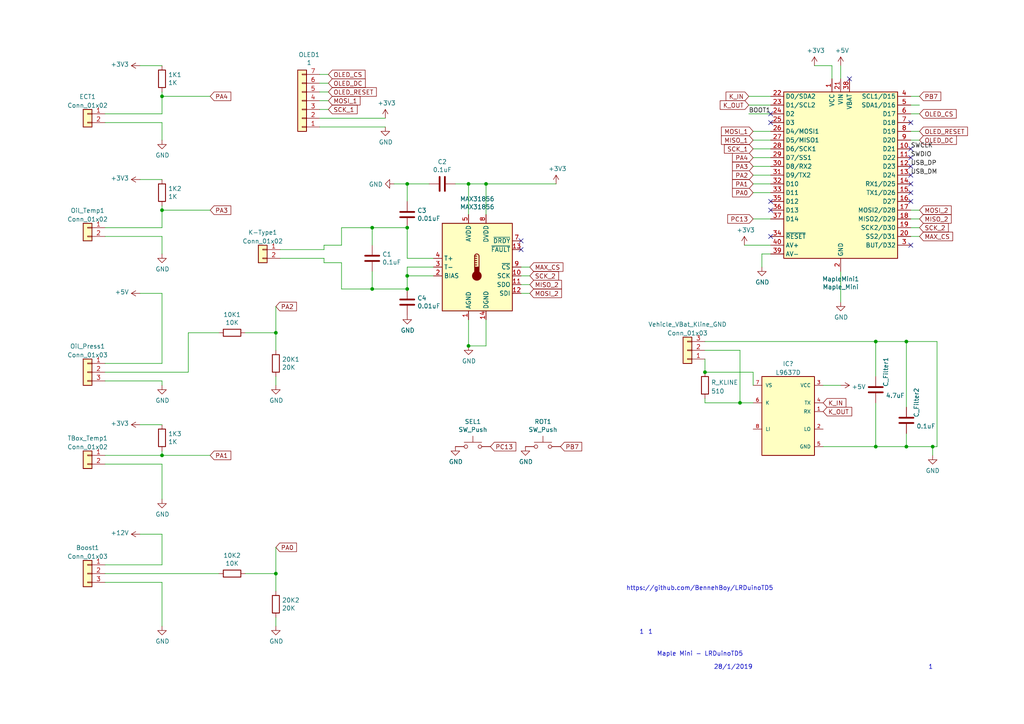
<source format=kicad_sch>
(kicad_sch (version 20211123) (generator eeschema)
  (paper "A4")
  (lib_symbols
    (symbol "Connector_Generic:Conn_01x02" (pin_names (offset 1.016) hide)
      (property "Reference" "J" (at 0 2.54 0))
      (property "Value" "Conn_01x02" (at 0 -5.08 0))
      (symbol "Conn_01x02_1_1"
        (rectangle (start -1.27 -2.413) (end 0 -2.667) (stroke (width 0.1524)))
        (rectangle (start -1.27 0.127) (end 0 -0.127) (stroke (width 0.1524)))
        (rectangle (start -1.27 1.27) (end 1.27 -3.81) (stroke (width 0.254)) (fill (type background)))
        (pin passive line (at -5.08 0 0) (length 3.81) (name "Pin_1") (number "1"))
        (pin passive line (at -5.08 -2.54 0) (length 3.81) (name "Pin_2") (number "2"))
      )
    )
    (symbol "Connector_Generic:Conn_01x03" (pin_names (offset 1.016) hide)
      (property "Reference" "J" (at 0 5.08 0))
      (property "Value" "Conn_01x03" (at 0 -5.08 0))
      (symbol "Conn_01x03_1_1"
        (rectangle (start -1.27 -2.413) (end 0 -2.667) (stroke (width 0.1524)))
        (rectangle (start -1.27 0.127) (end 0 -0.127) (stroke (width 0.1524)))
        (rectangle (start -1.27 2.667) (end 0 2.413) (stroke (width 0.1524)))
        (rectangle (start -1.27 3.81) (end 1.27 -3.81) (stroke (width 0.254)) (fill (type background)))
        (pin passive line (at -5.08 2.54 0) (length 3.81) (name "Pin_1") (number "1"))
        (pin passive line (at -5.08 0 0) (length 3.81) (name "Pin_2") (number "2"))
        (pin passive line (at -5.08 -2.54 0) (length 3.81) (name "Pin_3") (number "3"))
      )
    )
    (symbol "Connector_Generic:Conn_01x07" (pin_names (offset 1.016) hide)
      (property "Reference" "J" (at 0 10.16 0))
      (property "Value" "Conn_01x07" (at 0 -10.16 0))
      (symbol "Conn_01x07_1_1"
        (rectangle (start -1.27 -7.493) (end 0 -7.747) (stroke (width 0.1524)))
        (rectangle (start -1.27 -4.953) (end 0 -5.207) (stroke (width 0.1524)))
        (rectangle (start -1.27 -2.413) (end 0 -2.667) (stroke (width 0.1524)))
        (rectangle (start -1.27 0.127) (end 0 -0.127) (stroke (width 0.1524)))
        (rectangle (start -1.27 2.667) (end 0 2.413) (stroke (width 0.1524)))
        (rectangle (start -1.27 5.207) (end 0 4.953) (stroke (width 0.1524)))
        (rectangle (start -1.27 7.747) (end 0 7.493) (stroke (width 0.1524)))
        (rectangle (start -1.27 8.89) (end 1.27 -8.89) (stroke (width 0.254)) (fill (type background)))
        (pin passive line (at -5.08 7.62 0) (length 3.81) (name "Pin_1") (number "1"))
        (pin passive line (at -5.08 5.08 0) (length 3.81) (name "Pin_2") (number "2"))
        (pin passive line (at -5.08 2.54 0) (length 3.81) (name "Pin_3") (number "3"))
        (pin passive line (at -5.08 0 0) (length 3.81) (name "Pin_4") (number "4"))
        (pin passive line (at -5.08 -2.54 0) (length 3.81) (name "Pin_5") (number "5"))
        (pin passive line (at -5.08 -5.08 0) (length 3.81) (name "Pin_6") (number "6"))
        (pin passive line (at -5.08 -7.62 0) (length 3.81) (name "Pin_7") (number "7"))
      )
    )
    (symbol "Device:C" (pin_numbers hide) (pin_names (offset 0.254))
      (property "Reference" "C" (at 0.635 2.54 0))
      (property "Value" "C" (at 0.635 -2.54 0))
      (symbol "C_0_1"
        (polyline (pts (xy -2.032 -0.762) (xy 2.032 -0.762)) (stroke (width 0.508)))
        (polyline (pts (xy -2.032 0.762) (xy 2.032 0.762)) (stroke (width 0.508)))
      )
      (symbol "C_1_1"
        (pin passive line (at 0 3.81 270) (length 2.794) (name "~") (number "1"))
        (pin passive line (at 0 -3.81 90) (length 2.794) (name "~") (number "2"))
      )
    )
    (symbol "Device:R" (pin_numbers hide) (pin_names (offset 0))
      (property "Reference" "R" (at 2.032 0 90))
      (property "Value" "R" (at 0 0 90))
      (symbol "R_0_1"
        (rectangle (start -1.016 -2.54) (end 1.016 2.54) (stroke (width 0.254)))
      )
      (symbol "R_1_1"
        (pin passive line (at 0 3.81 270) (length 1.27) (name "~") (number "1"))
        (pin passive line (at 0 -3.81 90) (length 1.27) (name "~") (number "2"))
      )
    )
    (symbol "L9637D:L9637D" (pin_names (offset 1.016))
      (property "Reference" "IC" (at -7.62 13.9954 0))
      (property "Value" "L9637D" (at -7.62 -12.7 0))
      (symbol "L9637D_0_0"
        (rectangle (start -7.62 -10.16) (end 7.62 12.7) (stroke (width 0.254)) (fill (type background)))
        (pin output line (at 10.16 2.54 180) (length 2.54) (name "RX") (number "1"))
        (pin output line (at 10.16 -2.54 180) (length 2.54) (name "LO") (number "2"))
        (pin power_in line (at 10.16 10.16 180) (length 2.54) (name "VCC") (number "3"))
        (pin input line (at 10.16 5.08 180) (length 2.54) (name "TX") (number "4"))
        (pin power_in line (at 10.16 -7.62 180) (length 2.54) (name "GND") (number "5"))
        (pin input line (at -10.16 5.08 0) (length 2.54) (name "K") (number "6"))
        (pin power_in line (at -10.16 10.16 0) (length 2.54) (name "VS") (number "7"))
        (pin input line (at -10.16 -2.54 0) (length 2.54) (name "LI") (number "8"))
      )
    )
    (symbol "MCU_Module:Maple_Mini"
      (property "Reference" "A" (at -16.51 25.4 0))
      (property "Value" "Maple_Mini" (at 16.51 25.4 0))
      (symbol "Maple_Mini_0_1"
        (rectangle (start -16.51 24.13) (end 16.51 -24.13) (stroke (width 0.254)) (fill (type background)))
      )
      (symbol "Maple_Mini_1_1"
        (pin power_in line (at -2.54 27.94 270) (length 3.81) (name "VCC") (number "1"))
        (pin bidirectional line (at 20.32 7.62 180) (length 3.81) (name "D21") (number "10"))
        (pin bidirectional line (at 20.32 5.08 180) (length 3.81) (name "D22") (number "11"))
        (pin bidirectional line (at 20.32 2.54 180) (length 3.81) (name "D23") (number "12"))
        (pin bidirectional line (at 20.32 0 180) (length 3.81) (name "D24") (number "13"))
        (pin bidirectional line (at 20.32 -2.54 180) (length 3.81) (name "RX1/D25") (number "14"))
        (pin bidirectional line (at 20.32 -5.08 180) (length 3.81) (name "TX1/D26") (number "15"))
        (pin bidirectional line (at 20.32 -7.62 180) (length 3.81) (name "D27") (number "16"))
        (pin bidirectional line (at 20.32 -10.16 180) (length 3.81) (name "MOSI2/D28") (number "17"))
        (pin bidirectional line (at 20.32 -12.7 180) (length 3.81) (name "MISO2/D29") (number "18"))
        (pin bidirectional line (at 20.32 -15.24 180) (length 3.81) (name "SCK2/D30") (number "19"))
        (pin power_in line (at 0 -27.94 90) (length 3.81) (name "GND") (number "2"))
        (pin bidirectional line (at 20.32 -17.78 180) (length 3.81) (name "SS2/D31") (number "20"))
        (pin power_in line (at 0 27.94 270) (length 3.81) (name "VIN") (number "21"))
        (pin bidirectional line (at -20.32 22.86 0) (length 3.81) (name "D0/SDA2") (number "22"))
        (pin bidirectional line (at -20.32 20.32 0) (length 3.81) (name "D1/SCL2") (number "23"))
        (pin bidirectional line (at -20.32 17.78 0) (length 3.81) (name "D2") (number "24"))
        (pin bidirectional line (at -20.32 15.24 0) (length 3.81) (name "D3") (number "25"))
        (pin bidirectional line (at -20.32 12.7 0) (length 3.81) (name "D4/MOSI1") (number "26"))
        (pin bidirectional line (at -20.32 10.16 0) (length 3.81) (name "D5/MISO1") (number "27"))
        (pin bidirectional line (at -20.32 7.62 0) (length 3.81) (name "D6/SCK1") (number "28"))
        (pin bidirectional line (at -20.32 5.08 0) (length 3.81) (name "D7/SS1") (number "29"))
        (pin bidirectional line (at 20.32 -20.32 180) (length 3.81) (name "BUT/D32") (number "3"))
        (pin bidirectional line (at -20.32 2.54 0) (length 3.81) (name "D8/RX2") (number "30"))
        (pin bidirectional line (at -20.32 0 0) (length 3.81) (name "D9/TX2") (number "31"))
        (pin bidirectional line (at -20.32 -2.54 0) (length 3.81) (name "D10") (number "32"))
        (pin bidirectional line (at -20.32 -5.08 0) (length 3.81) (name "D11") (number "33"))
        (pin input line (at -20.32 -17.78 0) (length 3.81) (name "~{RESET}") (number "34"))
        (pin bidirectional line (at -20.32 -7.62 0) (length 3.81) (name "D12") (number "35"))
        (pin bidirectional line (at -20.32 -10.16 0) (length 3.81) (name "D13") (number "36"))
        (pin bidirectional line (at -20.32 -12.7 0) (length 3.81) (name "D14") (number "37"))
        (pin power_in line (at 2.54 27.94 270) (length 3.81) (name "VBAT") (number "38"))
        (pin output line (at -20.32 -22.86 0) (length 3.81) (name "AV-") (number "39"))
        (pin bidirectional line (at 20.32 22.86 180) (length 3.81) (name "SCL1/D15") (number "4"))
        (pin output line (at -20.32 -20.32 0) (length 3.81) (name "AV+") (number "40"))
        (pin bidirectional line (at 20.32 20.32 180) (length 3.81) (name "SDA1/D16") (number "5"))
        (pin bidirectional line (at 20.32 17.78 180) (length 3.81) (name "D17") (number "6"))
        (pin bidirectional line (at 20.32 15.24 180) (length 3.81) (name "D18") (number "7"))
        (pin bidirectional line (at 20.32 12.7 180) (length 3.81) (name "D19") (number "8"))
        (pin bidirectional line (at 20.32 10.16 180) (length 3.81) (name "D20") (number "9"))
      )
    )
    (symbol "Sensor_Temperature:MAX31856"
      (property "Reference" "U" (at -7.62 13.97 0))
      (property "Value" "MAX31856" (at 13.97 13.97 0))
      (symbol "MAX31856_0_1"
        (rectangle (start -10.16 12.7) (end 10.16 -12.7) (stroke (width 0.254)) (fill (type background)))
        (circle (center -0.127 -2.54) (radius 1.27) (stroke (width 0.254)) (fill (type outline)))
        (polyline (pts (xy -0.762 0.635) (xy -0.127 0.635)) (stroke (width 0.254)))
        (polyline (pts (xy -0.762 1.27) (xy -0.127 1.27)) (stroke (width 0.254)))
        (polyline (pts (xy -0.762 1.905) (xy -0.127 1.905)) (stroke (width 0.254)))
        (polyline (pts (xy -0.762 2.54) (xy -0.127 2.54)) (stroke (width 0.254)))
        (polyline (pts (xy -0.762 3.175) (xy -0.762 0)) (stroke (width 0.254)))
        (polyline (pts (xy -0.762 3.175) (xy -0.127 3.175)) (stroke (width 0.254)))
        (polyline (pts (xy 0.508 3.175) (xy 0.508 0)) (stroke (width 0.254)))
        (rectangle (start 0.508 -1.905) (end -0.762 0) (stroke (width 0.254)) (fill (type outline)))
        (arc (start 0.508 3.175) (mid -0.127 3.81) (end -0.762 3.175) (stroke (width 0.254)))
      )
      (symbol "MAX31856_1_1"
        (pin power_in line (at -2.54 -15.24 90) (length 2.54) (name "AGND") (number "1"))
        (pin input line (at 12.7 -2.54 180) (length 2.54) (name "SCK") (number "10"))
        (pin output line (at 12.7 -5.08 180) (length 2.54) (name "SDO") (number "11"))
        (pin input line (at 12.7 -7.62 180) (length 2.54) (name "SDI") (number "12"))
        (pin output line (at 12.7 5.08 180) (length 2.54) (name "~{FAULT}") (number "13"))
        (pin power_in line (at 2.54 -15.24 90) (length 2.54) (name "DGND") (number "14"))
        (pin input line (at -12.7 -2.54 0) (length 2.54) (name "BIAS") (number "2"))
        (pin input line (at -12.7 0 0) (length 2.54) (name "T-") (number "3"))
        (pin input line (at -12.7 2.54 0) (length 2.54) (name "T+") (number "4"))
        (pin power_in line (at -2.54 15.24 270) (length 2.54) (name "AVDD") (number "5"))
        (pin no_connect line (at -10.16 -7.62 0) (length 2.54) hide (name "DNC") (number "6"))
        (pin output line (at 12.7 7.62 180) (length 2.54) (name "~{DRDY}") (number "7"))
        (pin power_in line (at 2.54 15.24 270) (length 2.54) (name "DVDD") (number "8"))
        (pin input line (at 12.7 0 180) (length 2.54) (name "~{CS}") (number "9"))
      )
    )
    (symbol "Switch:SW_Push" (pin_numbers hide) (pin_names (offset 1.016) hide)
      (property "Reference" "SW" (at 1.27 2.54 0))
      (property "Value" "SW_Push" (at 0 -1.524 0))
      (symbol "SW_Push_0_1"
        (circle (center -2.032 0) (radius 0.508))
        (polyline (pts (xy 0 1.27) (xy 0 3.048)))
        (polyline (pts (xy 2.54 1.27) (xy -2.54 1.27)))
        (circle (center 2.032 0) (radius 0.508))
        (pin passive line (at -5.08 0 0) (length 2.54) (name "1") (number "1"))
        (pin passive line (at 5.08 0 180) (length 2.54) (name "2") (number "2"))
      )
    )
    (symbol "power:+12V" (power) (pin_names (offset 0))
      (property "Value" "+12V" (at 0 3.556 0))
      (symbol "+12V_0_1"
        (polyline (pts (xy -0.762 1.27) (xy 0 2.54)))
        (polyline (pts (xy 0 0) (xy 0 2.54)))
        (polyline (pts (xy 0 2.54) (xy 0.762 1.27)))
      )
      (symbol "+12V_1_1"
        (pin power_in line (at 0 0 90) (length 0) hide (name "+12V") (number "1"))
      )
    )
    (symbol "power:+3.3V" (power) (pin_names (offset 0))
      (property "Value" "+3.3V" (at 0 3.556 0))
      (symbol "+3.3V_0_1"
        (polyline (pts (xy -0.762 1.27) (xy 0 2.54)))
        (polyline (pts (xy 0 0) (xy 0 2.54)))
        (polyline (pts (xy 0 2.54) (xy 0.762 1.27)))
      )
      (symbol "+3.3V_1_1"
        (pin power_in line (at 0 0 90) (length 0) hide (name "+3V3") (number "1"))
      )
    )
    (symbol "power:+5V" (power) (pin_names (offset 0))
      (property "Value" "+5V" (at 0 3.556 0))
      (symbol "+5V_0_1"
        (polyline (pts (xy -0.762 1.27) (xy 0 2.54)))
        (polyline (pts (xy 0 0) (xy 0 2.54)))
        (polyline (pts (xy 0 2.54) (xy 0.762 1.27)))
      )
      (symbol "+5V_1_1"
        (pin power_in line (at 0 0 90) (length 0) hide (name "+5V") (number "1"))
      )
    )
    (symbol "power:GND" (power) (pin_names (offset 0))
      (property "Value" "GND" (at 0 -3.81 0))
      (symbol "GND_0_1"
        (polyline (pts (xy 0 0) (xy 0 -1.27) (xy 1.27 -1.27) (xy 0 -2.54) (xy -1.27 -1.27) (xy 0 -1.27)))
      )
      (symbol "GND_1_1"
        (pin power_in line (at 0 0 270) (length 0) hide (name "GND") (number "1"))
      )
    )
  )
  (junction (at 135.89 100.33))
  (junction (at 135.89 53.34))
  (junction (at 204.47 107.95))
  (junction (at 262.89 99.06))
  (junction (at 270.51 129.54))
  (junction (at 118.11 83.82))
  (junction (at 107.95 66.04))
  (junction (at 118.11 80.01))
  (junction (at 46.99 132.08))
  (junction (at 254 129.54))
  (junction (at 262.89 129.54))
  (junction (at 118.11 53.34))
  (junction (at 46.99 27.94))
  (junction (at 107.95 83.82))
  (junction (at 46.99 60.96))
  (junction (at 254 99.06))
  (junction (at 118.11 66.04))
  (junction (at 80.01 166.37))
  (junction (at 140.97 53.34))
  (junction (at 214.63 116.84))
  (junction (at 80.01 96.52))
  (no_connect (at 264.16 53.34))
  (no_connect (at 264.16 58.42))
  (no_connect (at 264.16 48.26))
  (no_connect (at 223.52 35.56))
  (no_connect (at 264.16 45.72))
  (no_connect (at 246.38 22.86))
  (no_connect (at 264.16 43.18))
  (no_connect (at 151.13 69.85))
  (no_connect (at 223.52 60.96))
  (no_connect (at 264.16 35.56))
  (no_connect (at 151.13 72.39))
  (no_connect (at 223.52 58.42))
  (no_connect (at 264.16 55.88))
  (no_connect (at 264.16 50.8))
  (no_connect (at 223.52 68.58))
  (no_connect (at 223.52 33.02))
  (no_connect (at 264.16 71.12))
  (wire (pts (xy 218.44 43.18) (xy 223.52 43.18)))
  (wire (pts (xy 223.52 73.66) (xy 220.98 73.66)))
  (wire (pts (xy 80.01 88.9) (xy 80.01 96.52)))
  (wire (pts (xy 140.97 62.23) (xy 140.97 53.34)))
  (wire (pts (xy 81.28 72.39) (xy 93.98 72.39)))
  (wire (pts (xy 218.44 38.1) (xy 223.52 38.1)))
  (wire (pts (xy 140.97 53.34) (xy 161.29 53.34)))
  (wire (pts (xy 107.95 66.04) (xy 107.95 71.12)))
  (wire (pts (xy 254 99.06) (xy 254 109.22)))
  (wire (pts (xy 151.13 77.47) (xy 153.67 77.47)))
  (wire (pts (xy 30.48 35.56) (xy 46.99 35.56)))
  (wire (pts (xy 223.52 45.72) (xy 218.44 45.72)))
  (wire (pts (xy 92.71 34.29) (xy 111.76 34.29)))
  (wire (pts (xy 204.47 116.84) (xy 214.63 116.84)))
  (wire (pts (xy 54.61 107.95) (xy 54.61 96.52)))
  (wire (pts (xy 40.64 52.07) (xy 46.99 52.07)))
  (wire (pts (xy 92.71 31.75) (xy 95.25 31.75)))
  (wire (pts (xy 262.89 99.06) (xy 271.78 99.06)))
  (wire (pts (xy 54.61 96.52) (xy 63.5 96.52)))
  (wire (pts (xy 71.12 166.37) (xy 80.01 166.37)))
  (wire (pts (xy 93.98 71.12) (xy 99.06 71.12)))
  (wire (pts (xy 93.98 74.93) (xy 93.98 76.2)))
  (wire (pts (xy 30.48 105.41) (xy 46.99 105.41)))
  (wire (pts (xy 223.52 33.02) (xy 217.17 33.02)))
  (wire (pts (xy 140.97 100.33) (xy 135.89 100.33)))
  (wire (pts (xy 204.47 107.95) (xy 218.44 107.95)))
  (wire (pts (xy 135.89 62.23) (xy 135.89 53.34)))
  (wire (pts (xy 30.48 163.83) (xy 46.99 163.83)))
  (wire (pts (xy 118.11 66.04) (xy 107.95 66.04)))
  (wire (pts (xy 30.48 107.95) (xy 54.61 107.95)))
  (wire (pts (xy 204.47 101.6) (xy 214.63 101.6)))
  (wire (pts (xy 46.99 33.02) (xy 46.99 27.94)))
  (wire (pts (xy 217.17 27.94) (xy 223.52 27.94)))
  (wire (pts (xy 270.51 129.54) (xy 270.51 132.08)))
  (wire (pts (xy 40.64 123.19) (xy 46.99 123.19)))
  (wire (pts (xy 30.48 132.08) (xy 46.99 132.08)))
  (wire (pts (xy 46.99 110.49) (xy 46.99 111.76)))
  (wire (pts (xy 218.44 48.26) (xy 223.52 48.26)))
  (wire (pts (xy 60.96 60.96) (xy 46.99 60.96)))
  (wire (pts (xy 80.01 96.52) (xy 80.01 101.6)))
  (wire (pts (xy 218.44 53.34) (xy 223.52 53.34)))
  (wire (pts (xy 99.06 76.2) (xy 99.06 83.82)))
  (wire (pts (xy 262.89 129.54) (xy 270.51 129.54)))
  (wire (pts (xy 204.47 115.57) (xy 204.47 116.84)))
  (wire (pts (xy 118.11 77.47) (xy 118.11 80.01)))
  (wire (pts (xy 118.11 83.82) (xy 107.95 83.82)))
  (wire (pts (xy 30.48 68.58) (xy 46.99 68.58)))
  (wire (pts (xy 135.89 53.34) (xy 132.08 53.34)))
  (wire (pts (xy 264.16 33.02) (xy 266.7 33.02)))
  (wire (pts (xy 243.84 78.74) (xy 243.84 87.63)))
  (wire (pts (xy 264.16 40.64) (xy 266.7 40.64)))
  (wire (pts (xy 241.3 19.05) (xy 241.3 22.86)))
  (wire (pts (xy 60.96 132.08) (xy 46.99 132.08)))
  (wire (pts (xy 40.64 85.09) (xy 46.99 85.09)))
  (wire (pts (xy 262.89 125.73) (xy 262.89 129.54)))
  (wire (pts (xy 204.47 99.06) (xy 254 99.06)))
  (wire (pts (xy 40.64 154.94) (xy 46.99 154.94)))
  (wire (pts (xy 218.44 55.88) (xy 223.52 55.88)))
  (wire (pts (xy 271.78 99.06) (xy 271.78 129.54)))
  (wire (pts (xy 254 129.54) (xy 262.89 129.54)))
  (wire (pts (xy 264.16 68.58) (xy 266.7 68.58)))
  (wire (pts (xy 60.96 27.94) (xy 46.99 27.94)))
  (wire (pts (xy 254 99.06) (xy 262.89 99.06)))
  (wire (pts (xy 30.48 66.04) (xy 46.99 66.04)))
  (wire (pts (xy 118.11 74.93) (xy 118.11 66.04)))
  (wire (pts (xy 214.63 116.84) (xy 218.44 116.84)))
  (wire (pts (xy 125.73 74.93) (xy 118.11 74.93)))
  (wire (pts (xy 266.7 27.94) (xy 264.16 27.94)))
  (wire (pts (xy 114.3 53.34) (xy 118.11 53.34)))
  (wire (pts (xy 218.44 63.5) (xy 223.52 63.5)))
  (wire (pts (xy 80.01 166.37) (xy 80.01 171.45)))
  (wire (pts (xy 46.99 130.81) (xy 46.99 132.08)))
  (wire (pts (xy 46.99 59.69) (xy 46.99 60.96)))
  (wire (pts (xy 215.9 71.12) (xy 223.52 71.12)))
  (wire (pts (xy 264.16 38.1) (xy 266.7 38.1)))
  (wire (pts (xy 30.48 166.37) (xy 63.5 166.37)))
  (wire (pts (xy 151.13 80.01) (xy 153.67 80.01)))
  (wire (pts (xy 80.01 181.61) (xy 80.01 179.07)))
  (wire (pts (xy 214.63 101.6) (xy 214.63 116.84)))
  (wire (pts (xy 118.11 58.42) (xy 118.11 53.34)))
  (wire (pts (xy 71.12 96.52) (xy 80.01 96.52)))
  (wire (pts (xy 218.44 40.64) (xy 223.52 40.64)))
  (wire (pts (xy 238.76 111.76) (xy 243.84 111.76)))
  (wire (pts (xy 30.48 110.49) (xy 46.99 110.49)))
  (wire (pts (xy 218.44 50.8) (xy 223.52 50.8)))
  (wire (pts (xy 135.89 53.34) (xy 140.97 53.34)))
  (wire (pts (xy 262.89 99.06) (xy 262.89 118.11)))
  (wire (pts (xy 140.97 92.71) (xy 140.97 100.33)))
  (wire (pts (xy 264.16 66.04) (xy 266.7 66.04)))
  (wire (pts (xy 46.99 105.41) (xy 46.99 85.09)))
  (wire (pts (xy 92.71 29.21) (xy 95.25 29.21)))
  (wire (pts (xy 92.71 26.67) (xy 95.25 26.67)))
  (wire (pts (xy 46.99 68.58) (xy 46.99 73.66)))
  (wire (pts (xy 135.89 92.71) (xy 135.89 100.33)))
  (wire (pts (xy 99.06 71.12) (xy 99.06 66.04)))
  (wire (pts (xy 46.99 60.96) (xy 46.99 66.04)))
  (wire (pts (xy 30.48 33.02) (xy 46.99 33.02)))
  (wire (pts (xy 46.99 26.67) (xy 46.99 27.94)))
  (wire (pts (xy 218.44 107.95) (xy 218.44 111.76)))
  (wire (pts (xy 217.17 30.48) (xy 223.52 30.48)))
  (wire (pts (xy 81.28 74.93) (xy 93.98 74.93)))
  (wire (pts (xy 266.7 30.48) (xy 264.16 30.48)))
  (wire (pts (xy 80.01 158.75) (xy 80.01 166.37)))
  (wire (pts (xy 151.13 82.55) (xy 153.67 82.55)))
  (wire (pts (xy 46.99 134.62) (xy 46.99 144.78)))
  (wire (pts (xy 40.64 19.05) (xy 46.99 19.05)))
  (wire (pts (xy 118.11 53.34) (xy 124.46 53.34)))
  (wire (pts (xy 92.71 21.59) (xy 95.25 21.59)))
  (wire (pts (xy 46.99 181.61) (xy 46.99 168.91)))
  (wire (pts (xy 80.01 111.76) (xy 80.01 109.22)))
  (wire (pts (xy 254 116.84) (xy 254 129.54)))
  (wire (pts (xy 46.99 35.56) (xy 46.99 40.64)))
  (wire (pts (xy 107.95 83.82) (xy 107.95 78.74)))
  (wire (pts (xy 99.06 83.82) (xy 107.95 83.82)))
  (wire (pts (xy 271.78 129.54) (xy 270.51 129.54)))
  (wire (pts (xy 264.16 60.96) (xy 266.7 60.96)))
  (wire (pts (xy 220.98 73.66) (xy 220.98 77.47)))
  (wire (pts (xy 46.99 154.94) (xy 46.99 163.83)))
  (wire (pts (xy 151.13 85.09) (xy 153.67 85.09)))
  (wire (pts (xy 236.22 19.05) (xy 241.3 19.05)))
  (wire (pts (xy 93.98 76.2) (xy 99.06 76.2)))
  (wire (pts (xy 30.48 134.62) (xy 46.99 134.62)))
  (wire (pts (xy 93.98 72.39) (xy 93.98 71.12)))
  (wire (pts (xy 125.73 77.47) (xy 118.11 77.47)))
  (wire (pts (xy 92.71 24.13) (xy 95.25 24.13)))
  (wire (pts (xy 118.11 80.01) (xy 118.11 83.82)))
  (wire (pts (xy 243.84 19.05) (xy 243.84 22.86)))
  (wire (pts (xy 125.73 80.01) (xy 118.11 80.01)))
  (wire (pts (xy 92.71 36.83) (xy 111.76 36.83)))
  (wire (pts (xy 30.48 168.91) (xy 46.99 168.91)))
  (wire (pts (xy 238.76 129.54) (xy 254 129.54)))
  (wire (pts (xy 264.16 63.5) (xy 266.7 63.5)))
  (wire (pts (xy 99.06 66.04) (xy 107.95 66.04)))
  (wire (pts (xy 204.47 104.14) (xy 204.47 107.95)))
  (text "1" (at 187.96 184.15 0) (effects (font (size 1.27 1.27)) (justify left bottom)))
  (text "28/1/2019" (at 207.01 194.31 0) (effects (font (size 1.27 1.27)) (justify left bottom)))
  (text "1" (at 185.42 184.15 0) (effects (font (size 1.27 1.27)) (justify left bottom)))
  (text "https://github.com/BennehBoy/LRDuinoTD5" (at 181.61 171.45 0) (effects (font (size 1.27 1.27)) (justify left bottom)))
  (text "1" (at 269.24 194.31 0) (effects (font (size 1.27 1.27)) (justify left bottom)))
  (text "Maple Mini - LRDuinoTD5" (at 190.5 190.5 0) (effects (font (size 1.27 1.27)) (justify left bottom)))
  (label "USB_DP" (at 264.16 48.26 0))
  (label "BOOT1" (at 217.17 33.02 0))
  (label "SWCLK" (at 264.16 43.18 0))
  (label "SWDIO" (at 264.16 45.72 0))
  (label "USB_DM" (at 264.16 50.8 0))
  (global_label "MOSI_2" (shape input) (at 266.7 60.96 0) (property "Intersheet References" "${INTERSHEET_REFS}" (effects hide)))
  (global_label "PA4" (shape input) (at 218.44 45.72 180) (property "Intersheet References" "${INTERSHEET_REFS}" (effects hide)))
  (global_label "OLED_CS" (shape input) (at 266.7 33.02 0) (property "Intersheet References" "${INTERSHEET_REFS}" (effects hide)))
  (global_label "PA2" (shape input) (at 218.44 50.8 180) (property "Intersheet References" "${INTERSHEET_REFS}" (effects hide)))
  (global_label "OLED_RESET" (shape input) (at 95.25 26.67 0) (property "Intersheet References" "${INTERSHEET_REFS}" (effects hide)))
  (global_label "MISO_2" (shape input) (at 153.67 82.55 0) (property "Intersheet References" "${INTERSHEET_REFS}" (effects hide)))
  (global_label "MOSI_2" (shape input) (at 153.67 85.09 0) (property "Intersheet References" "${INTERSHEET_REFS}" (effects hide)))
  (global_label "SCK_1" (shape input) (at 95.25 31.75 0) (property "Intersheet References" "${INTERSHEET_REFS}" (effects hide)))
  (global_label "PC13" (shape input) (at 142.24 129.54 0) (property "Intersheet References" "${INTERSHEET_REFS}" (effects hide)))
  (global_label "SCK_1" (shape input) (at 218.44 43.18 180) (property "Intersheet References" "${INTERSHEET_REFS}" (effects hide)))
  (global_label "PA3" (shape input) (at 60.96 60.96 0) (property "Intersheet References" "${INTERSHEET_REFS}" (effects hide)))
  (global_label "K_OUT" (shape input) (at 238.76 119.38 0) (property "Intersheet References" "${INTERSHEET_REFS}" (effects hide)))
  (global_label "OLED_RESET" (shape input) (at 266.7 38.1 0) (property "Intersheet References" "${INTERSHEET_REFS}" (effects hide)))
  (global_label "K_IN" (shape input) (at 217.17 27.94 180) (property "Intersheet References" "${INTERSHEET_REFS}" (effects hide)))
  (global_label "PA1" (shape input) (at 60.96 132.08 0) (property "Intersheet References" "${INTERSHEET_REFS}" (effects hide)))
  (global_label "MOSI_1" (shape input) (at 95.25 29.21 0) (property "Intersheet References" "${INTERSHEET_REFS}" (effects hide)))
  (global_label "PB7" (shape input) (at 266.7 27.94 0) (property "Intersheet References" "${INTERSHEET_REFS}" (effects hide)))
  (global_label "PA2" (shape input) (at 80.01 88.9 0) (property "Intersheet References" "${INTERSHEET_REFS}" (effects hide)))
  (global_label "MAX_CS" (shape input) (at 153.67 77.47 0) (property "Intersheet References" "${INTERSHEET_REFS}" (effects hide)))
  (global_label "K_OUT" (shape input) (at 217.17 30.48 180) (property "Intersheet References" "${INTERSHEET_REFS}" (effects hide)))
  (global_label "MOSI_1" (shape input) (at 218.44 38.1 180) (property "Intersheet References" "${INTERSHEET_REFS}" (effects hide)))
  (global_label "OLED_DC" (shape input) (at 266.7 40.64 0) (property "Intersheet References" "${INTERSHEET_REFS}" (effects hide)))
  (global_label "MISO_1" (shape input) (at 218.44 40.64 180) (property "Intersheet References" "${INTERSHEET_REFS}" (effects hide)))
  (global_label "PB7" (shape input) (at 162.56 129.54 0) (property "Intersheet References" "${INTERSHEET_REFS}" (effects hide)))
  (global_label "PA3" (shape input) (at 218.44 48.26 180) (property "Intersheet References" "${INTERSHEET_REFS}" (effects hide)))
  (global_label "MISO_2" (shape input) (at 266.7 63.5 0) (property "Intersheet References" "${INTERSHEET_REFS}" (effects hide)))
  (global_label "OLED_DC" (shape input) (at 95.25 24.13 0) (property "Intersheet References" "${INTERSHEET_REFS}" (effects hide)))
  (global_label "PA0" (shape input) (at 80.01 158.75 0) (property "Intersheet References" "${INTERSHEET_REFS}" (effects hide)))
  (global_label "PA1" (shape input) (at 218.44 53.34 180) (property "Intersheet References" "${INTERSHEET_REFS}" (effects hide)))
  (global_label "OLED_CS" (shape input) (at 95.25 21.59 0) (property "Intersheet References" "${INTERSHEET_REFS}" (effects hide)))
  (global_label "K_IN" (shape input) (at 238.76 116.84 0) (property "Intersheet References" "${INTERSHEET_REFS}" (effects hide)))
  (global_label "SCK_2" (shape input) (at 153.67 80.01 0) (property "Intersheet References" "${INTERSHEET_REFS}" (effects hide)))
  (global_label "PA0" (shape input) (at 218.44 55.88 180) (property "Intersheet References" "${INTERSHEET_REFS}" (effects hide)))
  (global_label "PC13" (shape input) (at 218.44 63.5 180) (property "Intersheet References" "${INTERSHEET_REFS}" (effects hide)))
  (global_label "PA4" (shape input) (at 60.96 27.94 0) (property "Intersheet References" "${INTERSHEET_REFS}" (effects hide)))
  (global_label "SCK_2" (shape input) (at 266.7 66.04 0) (property "Intersheet References" "${INTERSHEET_REFS}" (effects hide)))
  (global_label "MAX_CS" (shape input) (at 266.7 68.58 0) (property "Intersheet References" "${INTERSHEET_REFS}" (effects hide)))
  (symbol (lib_id "power:GND") (at 46.99 73.66 0) (unit 1)
    (property "Reference" "#PWR0101" (effects hide))
    (property "Value" "GND" (at 47.117 78.0542 0))
  )
  (symbol (lib_id "power:+3.3V") (at 40.64 52.07 90) (unit 1)
    (property "Reference" "#PWR0102" (effects hide))
    (property "Value" "+3.3V" (at 37.3888 51.689 90) (effects (justify left)))
  )
  (symbol (lib_id "Device:R") (at 46.99 55.88 0) (unit 1)
    (property "Reference" "1K2" (at 48.768 54.7116 0) (effects (justify left)))
    (property "Value" "1K" (at 48.768 57.023 0) (effects (justify left)))
    (property "Footprint" "Resistor_SMD:R_1210_3225Metric_Pad1.30x2.65mm_HandSolder" (effects hide))
  )
  (symbol (lib_id "MCU_Module:Maple_Mini") (at 243.84 50.8 0) (unit 1)
    (property "Reference" "MapleMini1" (at 243.84 80.9244 0))
    (property "Value" "Maple_Mini" (at 243.84 83.2358 0))
    (property "Footprint" "Module:Maple_Mini" (effects hide))
    (property "Datasheet" "http://docs.leaflabs.com/static.leaflabs.com/pub/leaflabs/maple-docs/0.0.12/hardware/maple-mini.html" (effects hide))
  )
  (symbol (lib_id "power:GND") (at 46.99 40.64 0) (unit 1)
    (property "Reference" "#PWR0103" (effects hide))
    (property "Value" "GND" (at 47.117 45.0342 0))
  )
  (symbol (lib_id "power:+3.3V") (at 40.64 19.05 90) (unit 1)
    (property "Reference" "#PWR0104" (effects hide))
    (property "Value" "+3.3V" (at 37.3888 18.669 90) (effects (justify left)))
  )
  (symbol (lib_id "Device:R") (at 46.99 22.86 0) (unit 1)
    (property "Reference" "1K1" (at 48.768 21.6916 0) (effects (justify left)))
    (property "Value" "1K" (at 48.768 24.003 0) (effects (justify left)))
    (property "Footprint" "Resistor_SMD:R_1210_3225Metric_Pad1.30x2.65mm_HandSolder" (effects hide))
  )
  (symbol (lib_id "power:GND") (at 46.99 111.76 0) (unit 1)
    (property "Reference" "#PWR0105" (effects hide))
    (property "Value" "GND" (at 47.117 116.1542 0))
  )
  (symbol (lib_id "power:+5V") (at 40.64 85.09 90) (unit 1)
    (property "Reference" "#PWR0106" (effects hide))
    (property "Value" "+5V" (at 37.3888 84.709 90) (effects (justify left)))
  )
  (symbol (lib_id "Device:R") (at 80.01 105.41 0) (unit 1)
    (property "Reference" "20K1" (at 81.788 104.2416 0) (effects (justify left)))
    (property "Value" "20K" (at 81.788 106.553 0) (effects (justify left)))
    (property "Footprint" "Resistor_SMD:R_1210_3225Metric_Pad1.30x2.65mm_HandSolder" (effects hide))
  )
  (symbol (lib_id "Device:R") (at 67.31 96.52 270) (unit 1)
    (property "Reference" "10K1" (at 67.31 91.2622 90))
    (property "Value" "10K" (at 67.31 93.5736 90))
    (property "Footprint" "Resistor_SMD:R_1210_3225Metric_Pad1.30x2.65mm_HandSolder" (effects hide))
  )
  (symbol (lib_id "power:GND") (at 80.01 111.76 0) (unit 1)
    (property "Reference" "#PWR0107" (effects hide))
    (property "Value" "GND" (at 80.137 116.1542 0))
  )
  (symbol (lib_id "power:GND") (at 46.99 144.78 0) (unit 1)
    (property "Reference" "#PWR0108" (effects hide))
    (property "Value" "GND" (at 47.117 149.1742 0))
  )
  (symbol (lib_id "power:+3.3V") (at 40.64 123.19 90) (unit 1)
    (property "Reference" "#PWR0109" (effects hide))
    (property "Value" "+3.3V" (at 37.3888 122.809 90) (effects (justify left)))
  )
  (symbol (lib_id "Device:R") (at 46.99 127 0) (unit 1)
    (property "Reference" "1K3" (at 48.768 125.8316 0) (effects (justify left)))
    (property "Value" "1K" (at 48.768 128.143 0) (effects (justify left)))
    (property "Footprint" "Resistor_SMD:R_1210_3225Metric_Pad1.30x2.65mm_HandSolder" (effects hide))
  )
  (symbol (lib_id "power:GND") (at 46.99 181.61 0) (unit 1)
    (property "Reference" "#PWR0110" (effects hide))
    (property "Value" "GND" (at 47.117 186.0042 0))
  )
  (symbol (lib_id "power:+12V") (at 40.64 154.94 90) (unit 1)
    (property "Reference" "#PWR0111" (effects hide))
    (property "Value" "+12V" (at 37.3888 154.559 90) (effects (justify left)))
  )
  (symbol (lib_id "Device:R") (at 80.01 175.26 0) (unit 1)
    (property "Reference" "20K2" (at 81.788 174.0916 0) (effects (justify left)))
    (property "Value" "20K" (at 81.788 176.403 0) (effects (justify left)))
    (property "Footprint" "Resistor_SMD:R_1210_3225Metric_Pad1.30x2.65mm_HandSolder" (effects hide))
  )
  (symbol (lib_id "Device:R") (at 67.31 166.37 270) (unit 1)
    (property "Reference" "10K2" (at 67.31 161.1122 90))
    (property "Value" "10K" (at 67.31 163.4236 90))
    (property "Footprint" "Resistor_SMD:R_1210_3225Metric_Pad1.30x2.65mm_HandSolder" (effects hide))
  )
  (symbol (lib_id "power:GND") (at 80.01 181.61 0) (unit 1)
    (property "Reference" "#PWR0112" (effects hide))
    (property "Value" "GND" (at 80.137 186.0042 0))
  )
  (symbol (lib_id "Connector_Generic:Conn_01x07") (at 87.63 29.21 180) (unit 1)
    (property "Reference" "OLED1" (at 89.662 15.875 0))
    (property "Value" "1" (at 89.662 18.1864 0))
    (property "Footprint" "Connector_PinHeader_2.54mm:PinHeader_1x07_P2.54mm_Vertical" (effects hide))
  )
  (symbol (lib_id "power:GND") (at 111.76 36.83 0) (unit 1)
    (property "Reference" "#PWR0113" (effects hide))
    (property "Value" "GND" (at 111.887 41.2242 0))
  )
  (symbol (lib_id "power:+3.3V") (at 111.76 34.29 0) (unit 1)
    (property "Reference" "#PWR0114" (effects hide))
    (property "Value" "+3.3V" (at 112.141 29.8958 0))
  )
  (symbol (lib_id "power:GND") (at 243.84 87.63 0) (unit 1)
    (property "Reference" "#PWR0117" (effects hide))
    (property "Value" "GND" (at 243.967 92.0242 0))
  )
  (symbol (lib_id "power:GND") (at 220.98 77.47 0) (unit 1)
    (property "Reference" "#PWR0118" (effects hide))
    (property "Value" "GND" (at 221.107 81.8642 0))
  )
  (symbol (lib_id "power:+3.3V") (at 215.9 71.12 0) (unit 1)
    (property "Reference" "#PWR0119" (effects hide))
    (property "Value" "+3.3V" (at 216.281 66.7258 0))
  )
  (symbol (lib_id "power:+3.3V") (at 236.22 19.05 0) (unit 1)
    (property "Reference" "#PWR0120" (effects hide))
    (property "Value" "+3.3V" (at 236.601 14.6558 0))
  )
  (symbol (lib_id "power:+5V") (at 243.84 19.05 0) (unit 1)
    (property "Reference" "#PWR0121" (effects hide))
    (property "Value" "+5V" (at 244.221 14.6558 0))
  )
  (symbol (lib_id "Sensor_Temperature:MAX31856") (at 138.43 77.47 0) (unit 1)
    (property "Reference" "MAX31856" (at 138.43 57.7088 0))
    (property "Value" "MAX31856" (at 138.43 60.0202 0))
    (property "Footprint" "Package_SO:SSOP-14_5.3x6.2mm_P0.65mm" (effects hide))
    (property "Datasheet" "https://datasheets.maximintegrated.com/en/ds/MAX31856.pdf" (effects hide))
  )
  (symbol (lib_id "power:GND") (at 135.89 100.33 0) (unit 1)
    (property "Reference" "#PWR0122" (effects hide))
    (property "Value" "GND" (at 136.017 104.7242 0))
  )
  (symbol (lib_id "power:+3.3V") (at 161.29 53.34 0) (unit 1)
    (property "Reference" "#PWR0123" (effects hide))
    (property "Value" "+3.3V" (at 161.671 48.9458 0))
  )
  (symbol (lib_id "Device:C") (at 107.95 74.93 0) (unit 1)
    (property "Reference" "C1" (at 110.871 73.7616 0) (effects (justify left)))
    (property "Value" "0.1uF" (at 110.871 76.073 0) (effects (justify left)))
    (property "Footprint" "Capacitor_SMD:C_1206_3216Metric_Pad1.33x1.80mm_HandSolder" (effects hide))
  )
  (symbol (lib_id "Device:C") (at 128.27 53.34 270) (unit 1)
    (property "Reference" "C2" (at 128.27 46.9392 90))
    (property "Value" "0.1uF" (at 128.27 49.2506 90))
    (property "Footprint" "Capacitor_SMD:C_1206_3216Metric_Pad1.33x1.80mm_HandSolder" (effects hide))
  )
  (symbol (lib_id "Device:C") (at 118.11 62.23 0) (unit 1)
    (property "Reference" "C3" (at 121.031 61.0616 0) (effects (justify left)))
    (property "Value" "0.01uF" (at 121.031 63.373 0) (effects (justify left)))
    (property "Footprint" "Capacitor_SMD:C_1206_3216Metric_Pad1.33x1.80mm_HandSolder" (effects hide))
  )
  (symbol (lib_id "Device:C") (at 118.11 87.63 0) (unit 1)
    (property "Reference" "C4" (at 121.031 86.4616 0) (effects (justify left)))
    (property "Value" "0.01uF" (at 121.031 88.773 0) (effects (justify left)))
    (property "Footprint" "Capacitor_SMD:C_1206_3216Metric_Pad1.33x1.80mm_HandSolder" (effects hide))
  )
  (symbol (lib_id "power:GND") (at 118.11 91.44 0) (unit 1)
    (property "Reference" "#PWR0124" (effects hide))
    (property "Value" "GND" (at 118.237 95.8342 0))
  )
  (symbol (lib_id "power:GND") (at 114.3 53.34 270) (unit 1)
    (property "Reference" "#PWR0125" (effects hide))
    (property "Value" "GND" (at 111.0488 53.467 90) (effects (justify right)))
  )
  (symbol (lib_id "Switch:SW_Push") (at 137.16 129.54 0) (unit 1)
    (property "Reference" "SEL1" (at 137.16 122.301 0))
    (property "Value" "SW_Push" (at 137.16 124.6124 0))
    (property "Footprint" "Button_Switch_THT:SW_PUSH_6mm" (effects hide))
  )
  (symbol (lib_id "power:GND") (at 132.08 129.54 0) (unit 1)
    (property "Reference" "#PWR0127" (effects hide))
    (property "Value" "GND" (at 132.207 133.9342 0))
  )
  (symbol (lib_id "Switch:SW_Push") (at 157.48 129.54 0) (unit 1)
    (property "Reference" "ROT1" (at 157.48 122.301 0))
    (property "Value" "SW_Push" (at 157.48 124.6124 0))
    (property "Footprint" "Button_Switch_THT:SW_PUSH_6mm" (effects hide))
  )
  (symbol (lib_id "power:GND") (at 152.4 129.54 0) (unit 1)
    (property "Reference" "#PWR0128" (effects hide))
    (property "Value" "GND" (at 152.527 133.9342 0))
  )
  (symbol (lib_id "Connector_Generic:Conn_01x02") (at 76.2 72.39 0) (mirror y) (unit 1)
    (property "Reference" "K-Type1" (at 76.2 67.4202 0))
    (property "Value" "Conn_01x02" (at 76.2 69.9571 0))
    (property "Footprint" "Connector_JST:JST_EH_S2B-EH_1x02_P2.50mm_Horizontal" (effects hide))
  )
  (symbol (lib_id "Connector_Generic:Conn_01x03") (at 199.39 101.6 180) (unit 1)
    (property "Reference" "Vehicle_VBat_Kline_GND" (at 199.39 94.0902 0))
    (property "Value" "Conn_01x03" (at 199.39 96.6271 0))
  )
  (symbol (lib_id "Connector_Generic:Conn_01x02") (at 25.4 66.04 0) (mirror y) (unit 1)
    (property "Reference" "Oil_Temp1" (at 25.4 61.0702 0))
    (property "Value" "Conn_01x02" (at 25.4 63.6071 0))
    (property "Footprint" "Connector_JST:JST_EH_S2B-EH_1x02_P2.50mm_Horizontal" (effects hide))
  )
  (symbol (lib_id "Device:C") (at 262.89 121.92 0) (unit 1)
    (property "Reference" "C_Filter2" (at 265.811 121.0853 90) (effects (justify left)))
    (property "Value" "0.1uF" (at 265.811 123.6222 0) (effects (justify left)))
    (property "Footprint" "Capacitor_SMD:C_1206_3216Metric" (effects hide))
  )
  (symbol (lib_id "Connector_Generic:Conn_01x02") (at 25.4 33.02 0) (mirror y) (unit 1)
    (property "Reference" "ECT1" (at 25.4 28.0502 0))
    (property "Value" "Conn_01x02" (at 25.4 30.5871 0))
    (property "Footprint" "Connector_JST:JST_EH_S2B-EH_1x02_P2.50mm_Horizontal" (effects hide))
  )
  (symbol (lib_id "Device:C") (at 254 113.03 0) (unit 1)
    (property "Reference" "C_Filter1" (at 256.921 112.1953 90) (effects (justify left)))
    (property "Value" "4.7uF" (at 256.921 114.7322 0) (effects (justify left)))
    (property "Footprint" "Capacitor_SMD:C_1210_3225Metric" (effects hide))
  )
  (symbol (lib_id "Connector_Generic:Conn_01x03") (at 25.4 107.95 0) (mirror y) (unit 1)
    (property "Reference" "Oil_Press1" (at 25.4 100.4402 0))
    (property "Value" "Conn_01x03" (at 25.4 102.9771 0))
    (property "Footprint" "Connector_JST:JST_EH_S3B-EH_1x03_P2.50mm_Horizontal" (effects hide))
  )
  (symbol (lib_id "L9637D:L9637D") (at 228.6 121.92 0) (unit 1)
    (property "Reference" "IC?" (at 228.6 105.5202 0))
    (property "Value" "L9637D" (at 228.6 108.0571 0))
    (property "Footprint" "SO08" (effects hide))
    (property "OC_NEWARK" "56P8926" (effects hide))
    (property "OC_FARNELL" "unknown" (effects hide))
    (property "MPN" "L9637D" (effects hide))
  )
  (symbol (lib_id "Connector_Generic:Conn_01x02") (at 25.4 132.08 0) (mirror y) (unit 1)
    (property "Reference" "TBox_Temp1" (at 25.4 127.1102 0))
    (property "Value" "Conn_01x02" (at 25.4 129.6471 0))
    (property "Footprint" "Connector_JST:JST_EH_S2B-EH_1x02_P2.50mm_Horizontal" (effects hide))
  )
  (symbol (lib_id "Connector_Generic:Conn_01x03") (at 25.4 166.37 0) (mirror y) (unit 1)
    (property "Reference" "Boost1" (at 25.4 158.8602 0))
    (property "Value" "Conn_01x03" (at 25.4 161.3971 0))
    (property "Footprint" "Connector_JST:JST_EH_S3B-EH_1x03_P2.50mm_Horizontal" (effects hide))
  )
  (symbol (lib_id "power:+5V") (at 243.84 111.76 270) (unit 1)
    (property "Reference" "#PWR?" (effects hide))
    (property "Value" "+5V" (at 247.015 112.1938 90) (effects (justify left)))
  )
  (symbol (lib_id "power:GND") (at 270.51 132.08 0) (unit 1)
    (property "Reference" "#PWR?" (effects hide))
    (property "Value" "GND" (at 270.51 136.5234 0))
  )
  (symbol (lib_id "Device:R") (at 204.47 111.76 0) (unit 1)
    (property "Reference" "R_KLINE" (at 206.248 110.9253 0) (effects (justify left)))
    (property "Value" "510" (at 206.248 113.4622 0) (effects (justify left)))
    (property "Footprint" "Resistor_SMD:R_1210_3225Metric" (effects hide))
  )
)
</source>
